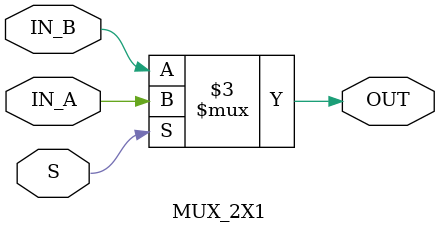
<source format=v>
`timescale 1ns / 1ps


module MUX_2X1(

input IN_A,
input IN_B,
input S,
output reg OUT);

    always@(S,IN_A,IN_B)
    begin
        if(S)
            OUT <= IN_A;
        else
            OUT <= IN_B;
    end
    
endmodule


</source>
